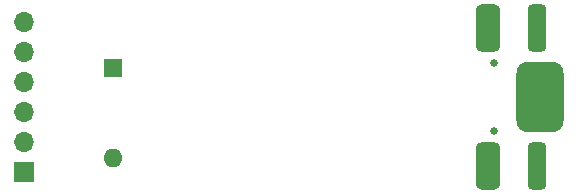
<source format=gbr>
%TF.GenerationSoftware,KiCad,Pcbnew,6.0.11+dfsg-1~bpo11+1*%
%TF.CreationDate,2024-03-27T15:17:52-04:00*%
%TF.ProjectId,Tool - ESP Module Flasher,546f6f6c-202d-4204-9553-50204d6f6475,1.0.0*%
%TF.SameCoordinates,Original*%
%TF.FileFunction,Soldermask,Bot*%
%TF.FilePolarity,Negative*%
%FSLAX46Y46*%
G04 Gerber Fmt 4.6, Leading zero omitted, Abs format (unit mm)*
G04 Created by KiCad (PCBNEW 6.0.11+dfsg-1~bpo11+1) date 2024-03-27 15:17:52*
%MOMM*%
%LPD*%
G01*
G04 APERTURE LIST*
G04 Aperture macros list*
%AMRoundRect*
0 Rectangle with rounded corners*
0 $1 Rounding radius*
0 $2 $3 $4 $5 $6 $7 $8 $9 X,Y pos of 4 corners*
0 Add a 4 corners polygon primitive as box body*
4,1,4,$2,$3,$4,$5,$6,$7,$8,$9,$2,$3,0*
0 Add four circle primitives for the rounded corners*
1,1,$1+$1,$2,$3*
1,1,$1+$1,$4,$5*
1,1,$1+$1,$6,$7*
1,1,$1+$1,$8,$9*
0 Add four rect primitives between the rounded corners*
20,1,$1+$1,$2,$3,$4,$5,0*
20,1,$1+$1,$4,$5,$6,$7,0*
20,1,$1+$1,$6,$7,$8,$9,0*
20,1,$1+$1,$8,$9,$2,$3,0*%
G04 Aperture macros list end*
%ADD10R,1.700000X1.700000*%
%ADD11O,1.700000X1.700000*%
%ADD12C,0.650000*%
%ADD13RoundRect,0.525000X0.525000X-1.475000X0.525000X1.475000X-0.525000X1.475000X-0.525000X-1.475000X0*%
%ADD14O,2.100000X1.000000*%
%ADD15O,1.600000X1.000000*%
%ADD16RoundRect,1.000000X-1.000000X2.000000X-1.000000X-2.000000X1.000000X-2.000000X1.000000X2.000000X0*%
%ADD17RoundRect,0.400000X0.400000X-1.600000X0.400000X1.600000X-0.400000X1.600000X-0.400000X-1.600000X0*%
%ADD18R,1.600000X1.600000*%
%ADD19O,1.600000X1.600000*%
G04 APERTURE END LIST*
D10*
%TO.C,J802*%
X103986000Y-106350000D03*
D11*
X103986000Y-103810000D03*
X103986000Y-101270000D03*
X103986000Y-98730000D03*
X103986000Y-96190000D03*
X103986000Y-93650000D03*
%TD*%
D12*
%TO.C,J102*%
X143800000Y-97110000D03*
X143800000Y-102890000D03*
D13*
X143281795Y-105846965D03*
D14*
X143270000Y-104320000D03*
D13*
X143281795Y-94153035D03*
D15*
X147450000Y-95680000D03*
D16*
X147670000Y-100000000D03*
D15*
X147450000Y-104320000D03*
D17*
X147450000Y-94153035D03*
X147450000Y-105846965D03*
D14*
X143270000Y-95680000D03*
%TD*%
D18*
%TO.C,SW202*%
X111506000Y-97536000D03*
D19*
X111506000Y-105156000D03*
%TD*%
M02*

</source>
